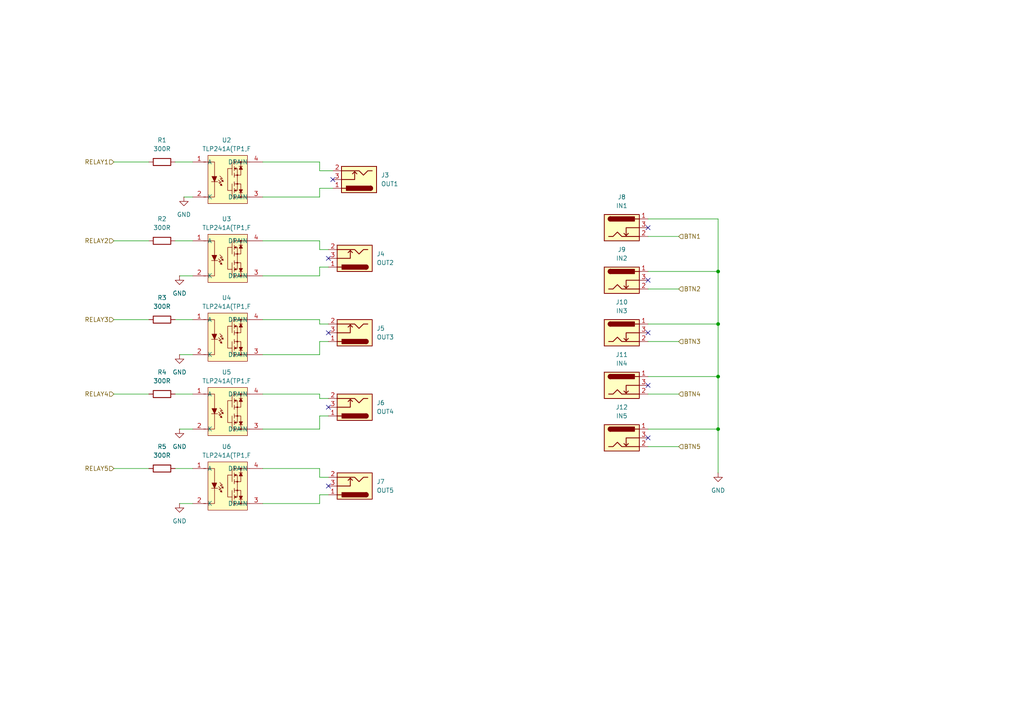
<source format=kicad_sch>
(kicad_sch (version 20250114) (generator "eeschema") (generator_version "9.0")
  (paper "A4")
  (title_block (title "AT-HUB-Recharged") (rev "Rev.2"))
  (lib_symbols
    (symbol "AT_HUB_R2:TLP241A(TP1,F"
      (property "Reference" "U" (at 0 13.208 0))
      (property "Value" "TLP241A(TP1,F" (at 0.254 8.636 0))
      (symbol "TLP241A(TP1,F_0_1"
        (rectangle (start -5.715 6.985) (end 5.715 -6.985) (fill (type background)))
        (polyline (pts (xy -4.699 -0.635) (xy -2.921 -0.635)))
        (polyline (pts (xy -4.572 0.889) (xy -3.175 0.889) (xy -3.81 -0.635) (xy -4.572 0.889)) (fill (type outline)))
        (polyline (pts (xy -3.81 0.508) (xy -3.81 5.08) (xy -6.985 5.08)))
        (polyline (pts (xy -3.81 -0.508) (xy -3.81 -5.08) (xy -6.985 -5.08)))
        (polyline (pts (xy -2.54 -0.889) (xy -2.032 -1.397)))
        (polyline (pts (xy -2.54 -0.889) (xy -1.905 -0.889) (xy -2.667 -0.127)))
        (polyline (pts (xy -2.159 0.254) (xy -1.651 -0.254)))
        (polyline (pts (xy -2.159 0.254) (xy -1.524 0.254) (xy -2.286 1.016)))
        (polyline (pts (xy -2.159 -1.651) (xy -1.778 -1.27) (xy -1.651 -1.778) (xy -2.159 -1.651)) (fill (type outline)))
        (polyline (pts (xy -1.778 -0.508) (xy -1.397 -0.127) (xy -1.27 -0.635) (xy -1.778 -0.508)) (fill (type outline)))
        (polyline (pts (xy 1.27 5.08) (xy 1.27 1.27)))
        (polyline (pts (xy 1.27 -1.27) (xy 1.27 -5.08)))
        (polyline (pts (xy 1.27 -3.175) (xy 0 -3.175) (xy 0 3.175) (xy 1.27 3.175)))
        (polyline (pts (xy 1.905 3.81) (xy 1.905 2.54)))
        (polyline (pts (xy 1.905 1.905) (xy 1.905 0.635)))
        (polyline (pts (xy 1.905 1.27) (xy 3.81 1.27) (xy 3.81 3.175)))
        (polyline (pts (xy 1.905 -1.27) (xy 3.81 -1.27) (xy 3.81 -3.175)))
        (polyline (pts (xy 1.905 -1.905) (xy 1.905 -0.635)))
        (polyline (pts (xy 1.905 -3.81) (xy 1.905 -2.54)))
        (polyline (pts (xy 2.413 3.429) (xy 2.413 2.921) (xy 1.905 3.175) (xy 2.413 3.429)) (fill (type outline)))
        (polyline (pts (xy 2.413 -2.921) (xy 2.413 -3.429) (xy 1.905 -3.175) (xy 2.413 -2.921)) (fill (type outline)))
        (polyline (pts (xy 2.794 3.175) (xy 2.413 3.175)))
        (circle (center 2.794 1.27) (radius 0.1778) (fill (type outline)))
        (circle (center 2.794 -1.27) (radius 0.1778) (fill (type outline)))
        (polyline (pts (xy 2.794 -3.175) (xy 2.413 -3.175)))
        (polyline (pts (xy 2.794 -3.175) (xy 2.794 3.175)))
        (polyline (pts (xy 3.302 3.81) (xy 4.318 3.81)))
        (polyline (pts (xy 3.302 -3.81) (xy 4.318 -3.81)))
        (circle (center 3.81 5.08) (radius 0.1778) (fill (type outline)))
        (polyline (pts (xy 3.81 3.81) (xy 3.81 5.08)))
        (polyline (pts (xy 3.81 3.81) (xy 3.302 2.921) (xy 4.318 2.921) (xy 3.81 3.81)) (fill (type outline)))
        (polyline (pts (xy 3.81 -3.81) (xy 3.81 -5.08)))
        (polyline (pts (xy 3.81 -3.81) (xy 3.302 -2.921) (xy 4.318 -2.921) (xy 3.81 -3.81)) (fill (type outline)))
        (circle (center 3.81 -5.08) (radius 0.1778) (fill (type outline)))
        (polyline (pts (xy 6.35 5.08) (xy 1.905 5.08) (xy 1.905 5.715) (xy 1.905 4.445)))
        (polyline (pts (xy 6.35 -5.08) (xy 1.905 -5.08) (xy 1.905 -4.445) (xy 1.905 -5.715)))
      )
      (symbol "TLP241A(TP1,F_1_1"
        (pin passive line (at -10.16 5.08 0) (length 3.81) (name "A") (number "1"))
        (pin passive line (at -10.16 -5.08 0) (length 3.81) (name "K") (number "2"))
        (pin passive line (at 10.16 5.08 180) (length 3.81) (name "DRAIN") (number "4"))
        (pin passive line (at 10.16 -5.08 180) (length 3.81) (name "DRAIN") (number "3"))
      )
    )
    (symbol "Connector:Barrel_Jack_Switch" (pin_names (hide yes))
      (property "Reference" "J" (at 0 5.334 0))
      (property "Value" "Barrel_Jack_Switch" (at 0 -5.08 0))
      (symbol "Barrel_Jack_Switch_0_1"
        (rectangle (start -5.08 3.81) (end 5.08 -3.81) (stroke (width 0.254)) (fill (type background)))
        (polyline (pts (xy -3.81 -2.54) (xy -2.54 -2.54) (xy -1.27 -1.27) (xy 0 -2.54) (xy 2.54 -2.54) (xy 5.08 -2.54)) (stroke (width 0.254)))
        (arc (start -3.302 1.905) (mid -3.9343 2.54) (end -3.302 3.175) (stroke (width 0.254)))
        (arc (start -3.302 1.905) (mid -3.9343 2.54) (end -3.302 3.175) (stroke (width 0.254)) (fill (type outline)))
        (polyline (pts (xy 1.27 -2.286) (xy 1.905 -1.651)) (stroke (width 0.254)))
        (rectangle (start 3.683 3.175) (end -3.302 1.905) (stroke (width 0.254)) (fill (type outline)))
        (polyline (pts (xy 5.08 2.54) (xy 3.81 2.54)) (stroke (width 0.254)))
        (polyline (pts (xy 5.08 0) (xy 1.27 0) (xy 1.27 -2.286) (xy 0.635 -1.651)) (stroke (width 0.254)))
      )
      (symbol "Barrel_Jack_Switch_1_1"
        (pin passive line (at 7.62 2.54 180) (length 2.54) (name "~") (number "1"))
        (pin passive line (at 7.62 0 180) (length 2.54) (name "~") (number "3"))
        (pin passive line (at 7.62 -2.54 180) (length 2.54) (name "~") (number "2"))
      )
    )
    (symbol "Device:R" (pin_numbers (hide yes)) (pin_names (offset 0))
      (property "Reference" "R" (at 2.032 0 90))
      (property "Value" "R" (at 0 0 90))
      (symbol "R_0_1"
        (rectangle (start -1.016 -2.54) (end 1.016 2.54) (stroke (width 0.254)))
      )
      (symbol "R_1_1"
        (pin passive line (at 0 3.81 270) (length 1.27) (name "~") (number "1"))
        (pin passive line (at 0 -3.81 90) (length 1.27) (name "~") (number "2"))
      )
    )
    (symbol "power:GND" (power) (pin_numbers (hide yes)) (pin_names (offset 0) (hide yes))
      (property "Value" "GND" (at 0 -3.81 0))
      (symbol "GND_0_1"
        (polyline (pts (xy 0 0) (xy 0 -1.27) (xy 1.27 -1.27) (xy 0 -2.54) (xy -1.27 -1.27) (xy 0 -1.27)))
      )
      (symbol "GND_1_1"
        (pin power_in line (at 0 0 270) (length 0) (name "~") (number "1"))
      )
    )
  )
  (junction (at 208.28 78.74))
  (junction (at 208.28 124.46))
  (junction (at 208.28 93.98))
  (junction (at 208.28 109.22))
  (no_connect (at 95.25 74.93))
  (no_connect (at 95.25 118.11))
  (no_connect (at 95.25 140.97))
  (no_connect (at 187.96 96.52))
  (no_connect (at 95.25 96.52))
  (no_connect (at 187.96 81.28))
  (no_connect (at 96.52 52.07))
  (no_connect (at 187.96 127))
  (no_connect (at 187.96 111.76))
  (no_connect (at 187.96 66.04))
  (wire (pts (xy 92.71 69.85) (xy 92.71 72.39)))
  (wire (pts (xy 92.71 77.47) (xy 95.25 77.47)))
  (wire (pts (xy 76.2 135.89) (xy 92.71 135.89)))
  (wire (pts (xy 92.71 115.57) (xy 95.25 115.57)))
  (wire (pts (xy 208.28 63.5) (xy 187.96 63.5)))
  (wire (pts (xy 208.28 124.46) (xy 208.28 137.16)))
  (wire (pts (xy 52.07 124.46) (xy 55.88 124.46)))
  (wire (pts (xy 187.96 114.3) (xy 196.85 114.3)))
  (wire (pts (xy 208.28 109.22) (xy 208.28 93.98)))
  (wire (pts (xy 52.07 146.05) (xy 55.88 146.05)))
  (wire (pts (xy 187.96 78.74) (xy 208.28 78.74)))
  (wire (pts (xy 92.71 54.61) (xy 96.52 54.61)))
  (wire (pts (xy 187.96 109.22) (xy 208.28 109.22)))
  (wire (pts (xy 50.8 92.71) (xy 55.88 92.71)))
  (wire (pts (xy 50.8 46.99) (xy 55.88 46.99)))
  (wire (pts (xy 92.71 49.53) (xy 96.52 49.53)))
  (wire (pts (xy 50.8 135.89) (xy 55.88 135.89)))
  (wire (pts (xy 92.71 124.46) (xy 92.71 120.65)))
  (wire (pts (xy 92.71 135.89) (xy 92.71 138.43)))
  (wire (pts (xy 92.71 99.06) (xy 95.25 99.06)))
  (wire (pts (xy 92.71 80.01) (xy 92.71 77.47)))
  (wire (pts (xy 43.18 92.71) (xy 33.02 92.71)))
  (wire (pts (xy 92.71 114.3) (xy 92.71 115.57)))
  (wire (pts (xy 92.71 146.05) (xy 92.71 143.51)))
  (wire (pts (xy 187.96 93.98) (xy 208.28 93.98)))
  (wire (pts (xy 76.2 146.05) (xy 92.71 146.05)))
  (wire (pts (xy 92.71 120.65) (xy 95.25 120.65)))
  (wire (pts (xy 76.2 102.87) (xy 92.71 102.87)))
  (wire (pts (xy 53.34 57.15) (xy 55.88 57.15)))
  (wire (pts (xy 33.02 46.99) (xy 43.18 46.99)))
  (wire (pts (xy 187.96 68.58) (xy 196.85 68.58)))
  (wire (pts (xy 92.71 138.43) (xy 95.25 138.43)))
  (wire (pts (xy 92.71 57.15) (xy 92.71 54.61)))
  (wire (pts (xy 76.2 114.3) (xy 92.71 114.3)))
  (wire (pts (xy 208.28 109.22) (xy 208.28 124.46)))
  (wire (pts (xy 187.96 124.46) (xy 208.28 124.46)))
  (wire (pts (xy 76.2 69.85) (xy 92.71 69.85)))
  (wire (pts (xy 33.02 114.3) (xy 43.18 114.3)))
  (wire (pts (xy 92.71 143.51) (xy 95.25 143.51)))
  (wire (pts (xy 187.96 129.54) (xy 196.85 129.54)))
  (wire (pts (xy 52.07 80.01) (xy 55.88 80.01)))
  (wire (pts (xy 92.71 46.99) (xy 92.71 49.53)))
  (wire (pts (xy 50.8 69.85) (xy 55.88 69.85)))
  (wire (pts (xy 76.2 92.71) (xy 92.71 92.71)))
  (wire (pts (xy 33.02 69.85) (xy 43.18 69.85)))
  (wire (pts (xy 92.71 72.39) (xy 95.25 72.39)))
  (wire (pts (xy 92.71 93.98) (xy 95.25 93.98)))
  (wire (pts (xy 208.28 93.98) (xy 208.28 78.74)))
  (wire (pts (xy 76.2 80.01) (xy 92.71 80.01)))
  (wire (pts (xy 33.02 135.89) (xy 43.18 135.89)))
  (wire (pts (xy 92.71 102.87) (xy 92.71 99.06)))
  (wire (pts (xy 187.96 83.82) (xy 196.85 83.82)))
  (wire (pts (xy 50.8 114.3) (xy 55.88 114.3)))
  (wire (pts (xy 208.28 78.74) (xy 208.28 63.5)))
  (wire (pts (xy 76.2 46.99) (xy 92.71 46.99)))
  (wire (pts (xy 92.71 92.71) (xy 92.71 93.98)))
  (wire (pts (xy 52.07 102.87) (xy 55.88 102.87)))
  (wire (pts (xy 187.96 99.06) (xy 196.85 99.06)))
  (wire (pts (xy 76.2 124.46) (xy 92.71 124.46)))
  (wire (pts (xy 76.2 57.15) (xy 92.71 57.15)))
  (hierarchical_label "BTN4" (shape input) (at 196.85 114.3 0))
  (hierarchical_label "BTN3" (shape input) (at 196.85 99.06 0))
  (hierarchical_label "RELAY1" (shape input) (at 33.02 46.99 180))
  (hierarchical_label "RELAY4" (shape input) (at 33.02 114.3 180))
  (hierarchical_label "RELAY2" (shape input) (at 33.02 69.85 180))
  (hierarchical_label "RELAY3" (shape input) (at 33.02 92.71 180))
  (hierarchical_label "BTN2" (shape input) (at 196.85 83.82 0))
  (hierarchical_label "BTN5" (shape input) (at 196.85 129.54 0))
  (hierarchical_label "BTN1" (shape input) (at 196.85 68.58 0))
  (hierarchical_label "RELAY5" (shape input) (at 33.02 135.89 180))
  (symbol (lib_id "Connector:Barrel_Jack_Switch") (at 180.34 81.28 0) (unit 1)
    (property "Reference" "J9" (at 180.34 72.39 0))
    (property "Value" "IN2" (at 180.34 74.93 0))
    (property "Description" "DC Barrel Jack with an internal switch" (effects (hide yes)))
  )
  (symbol (lib_id "power:GND") (at 52.07 124.46 0) (unit 1)
    (property "Reference" "#PWR04" (effects (hide yes)))
    (property "Value" "GND" (at 52.07 129.54 0))
    (property "Description" "Power symbol creates a global label with name \"GND\" , ground" (effects (hide yes)))
  )
  (symbol (lib_id "Connector:Barrel_Jack_Switch") (at 102.87 140.97 180) (unit 1)
    (property "Reference" "J7" (at 109.22 139.6999 0) (effects (justify right)))
    (property "Value" "OUT5" (at 109.22 142.2399 0) (effects (justify right)))
    (property "Description" "DC Barrel Jack with an internal switch" (effects (hide yes)))
  )
  (symbol (lib_id "Connector:Barrel_Jack_Switch") (at 180.34 96.52 0) (unit 1)
    (property "Reference" "J10" (at 180.34 87.63 0))
    (property "Value" "IN3" (at 180.34 90.17 0))
    (property "Description" "DC Barrel Jack with an internal switch" (effects (hide yes)))
  )
  (symbol (lib_id "Connector:Barrel_Jack_Switch") (at 180.34 111.76 0) (unit 1)
    (property "Reference" "J11" (at 180.34 102.87 0))
    (property "Value" "IN4" (at 180.34 105.41 0))
    (property "Description" "DC Barrel Jack with an internal switch" (effects (hide yes)))
  )
  (symbol (lib_id "Device:R") (at 46.99 46.99 90) (unit 1)
    (property "Reference" "R1" (at 46.99 40.64 90))
    (property "Value" "300R" (at 46.99 43.18 90))
    (property "Footprint" "Resistor_SMD:R_1206_3216Metric" (effects (hide yes)))
    (property "Description" "Resistor" (effects (hide yes)))
  )
  (symbol (lib_id "Connector:Barrel_Jack_Switch") (at 180.34 127 0) (unit 1)
    (property "Reference" "J12" (at 180.34 118.11 0))
    (property "Value" "IN5" (at 180.34 120.65 0))
    (property "Description" "DC Barrel Jack with an internal switch" (effects (hide yes)))
  )
  (symbol (lib_id "power:GND") (at 52.07 146.05 0) (unit 1)
    (property "Reference" "#PWR05" (effects (hide yes)))
    (property "Value" "GND" (at 52.07 151.13 0))
    (property "Description" "Power symbol creates a global label with name \"GND\" , ground" (effects (hide yes)))
  )
  (symbol (lib_id "Connector:Barrel_Jack_Switch") (at 102.87 74.93 180) (unit 1)
    (property "Reference" "J4" (at 109.22 73.6599 0) (effects (justify right)))
    (property "Value" "OUT2" (at 109.22 76.1999 0) (effects (justify right)))
    (property "Description" "DC Barrel Jack with an internal switch" (effects (hide yes)))
  )
  (symbol (lib_id "AT_HUB_R2:TLP241A(TP1,F") (at 66.04 97.79 0) (unit 1)
    (property "Reference" "U4" (at 65.7225 86.36 0))
    (property "Value" "TLP241A(TP1,F" (at 65.7225 88.9 0))
    (property "Footprint" "AT_HUB_R2:11-5B201S_TOS" (effects (hide yes)))
    (property "Datasheet" "https://toshiba.semicon-storage.com/info/TLP241A_datasheet_en_20230525.pdf?did=14237&prodName=TLP241A" (effects (hide yes)))
  )
  (symbol (lib_id "Connector:Barrel_Jack_Switch") (at 180.34 66.04 0) (unit 1)
    (property "Reference" "J8" (at 180.34 57.15 0))
    (property "Value" "IN1" (at 180.34 59.69 0))
    (property "Description" "DC Barrel Jack with an internal switch" (effects (hide yes)))
  )
  (symbol (lib_id "power:GND") (at 52.07 102.87 0) (unit 1)
    (property "Reference" "#PWR03" (effects (hide yes)))
    (property "Value" "GND" (at 52.07 107.95 0))
    (property "Description" "Power symbol creates a global label with name \"GND\" , ground" (effects (hide yes)))
  )
  (symbol (lib_id "Connector:Barrel_Jack_Switch") (at 102.87 118.11 180) (unit 1)
    (property "Reference" "J6" (at 109.22 116.8399 0) (effects (justify right)))
    (property "Value" "OUT4" (at 109.22 119.3799 0) (effects (justify right)))
    (property "Description" "DC Barrel Jack with an internal switch" (effects (hide yes)))
  )
  (symbol (lib_id "power:GND") (at 52.07 80.01 0) (unit 1)
    (property "Reference" "#PWR01" (effects (hide yes)))
    (property "Value" "GND" (at 52.07 85.09 0))
    (property "Description" "Power symbol creates a global label with name \"GND\" , ground" (effects (hide yes)))
  )
  (symbol (lib_id "Device:R") (at 46.99 135.89 90) (unit 1)
    (property "Reference" "R5" (at 46.99 129.54 90))
    (property "Value" "300R" (at 46.99 132.08 90))
    (property "Footprint" "Resistor_SMD:R_1206_3216Metric" (effects (hide yes)))
    (property "Description" "Resistor" (effects (hide yes)))
  )
  (symbol (lib_id "power:GND") (at 53.34 57.15 0) (unit 1)
    (property "Reference" "#PWR02" (effects (hide yes)))
    (property "Value" "GND" (at 53.34 62.23 0))
    (property "Description" "Power symbol creates a global label with name \"GND\" , ground" (effects (hide yes)))
  )
  (symbol (lib_id "AT_HUB_R2:TLP241A(TP1,F") (at 66.04 140.97 0) (unit 1)
    (property "Reference" "U6" (at 65.7225 129.54 0))
    (property "Value" "TLP241A(TP1,F" (at 65.7225 132.08 0))
    (property "Footprint" "AT_HUB_R2:11-5B201S_TOS" (effects (hide yes)))
    (property "Datasheet" "https://toshiba.semicon-storage.com/info/TLP241A_datasheet_en_20230525.pdf?did=14237&prodName=TLP241A" (effects (hide yes)))
  )
  (symbol (lib_id "Device:R") (at 46.99 114.3 90) (unit 1)
    (property "Reference" "R4" (at 46.99 107.95 90))
    (property "Value" "300R" (at 46.99 110.49 90))
    (property "Footprint" "Resistor_SMD:R_1206_3216Metric" (effects (hide yes)))
    (property "Description" "Resistor" (effects (hide yes)))
  )
  (symbol (lib_id "AT_HUB_R2:TLP241A(TP1,F") (at 66.04 74.93 0) (unit 1)
    (property "Reference" "U3" (at 65.7225 63.5 0))
    (property "Value" "TLP241A(TP1,F" (at 65.7225 66.04 0))
    (property "Footprint" "AT_HUB_R2:11-5B201S_TOS" (effects (hide yes)))
    (property "Datasheet" "https://toshiba.semicon-storage.com/info/TLP241A_datasheet_en_20230525.pdf?did=14237&prodName=TLP241A" (effects (hide yes)))
  )
  (symbol (lib_id "power:GND") (at 208.28 137.16 0) (unit 1)
    (property "Reference" "#PWR06" (effects (hide yes)))
    (property "Value" "GND" (at 208.28 142.24 0))
    (property "Description" "Power symbol creates a global label with name \"GND\" , ground" (effects (hide yes)))
  )
  (symbol (lib_id "AT_HUB_R2:TLP241A(TP1,F") (at 66.04 119.38 0) (unit 1)
    (property "Reference" "U5" (at 65.7225 107.95 0))
    (property "Value" "TLP241A(TP1,F" (at 65.7225 110.49 0))
    (property "Footprint" "AT_HUB_R2:11-5B201S_TOS" (effects (hide yes)))
    (property "Datasheet" "https://toshiba.semicon-storage.com/info/TLP241A_datasheet_en_20230525.pdf?did=14237&prodName=TLP241A" (effects (hide yes)))
  )
  (symbol (lib_id "Device:R") (at 46.99 92.71 90) (unit 1)
    (property "Reference" "R3" (at 46.99 86.36 90))
    (property "Value" "300R" (at 46.99 88.9 90))
    (property "Footprint" "Resistor_SMD:R_1206_3216Metric" (effects (hide yes)))
    (property "Description" "Resistor" (effects (hide yes)))
  )
  (symbol (lib_id "AT_HUB_R2:TLP241A(TP1,F") (at 66.04 52.07 0) (unit 1)
    (property "Reference" "U2" (at 65.7225 40.64 0))
    (property "Value" "TLP241A(TP1,F" (at 65.7225 43.18 0))
    (property "Footprint" "AT_HUB_R2:11-5B201S_TOS" (effects (hide yes)))
    (property "Datasheet" "https://toshiba.semicon-storage.com/info/TLP241A_datasheet_en_20230525.pdf?did=14237&prodName=TLP241A" (effects (hide yes)))
  )
  (symbol (lib_id "Connector:Barrel_Jack_Switch") (at 104.14 52.07 180) (unit 1)
    (property "Reference" "J3" (at 110.49 50.7999 0) (effects (justify right)))
    (property "Value" "OUT1" (at 110.49 53.3399 0) (effects (justify right)))
    (property "Description" "DC Barrel Jack with an internal switch" (effects (hide yes)))
  )
  (symbol (lib_id "Device:R") (at 46.99 69.85 90) (unit 1)
    (property "Reference" "R2" (at 46.99 63.5 90))
    (property "Value" "300R" (at 46.99 66.04 90))
    (property "Footprint" "Resistor_SMD:R_1206_3216Metric" (effects (hide yes)))
    (property "Description" "Resistor" (effects (hide yes)))
  )
  (symbol (lib_id "Connector:Barrel_Jack_Switch") (at 102.87 96.52 180) (unit 1)
    (property "Reference" "J5" (at 109.22 95.2499 0) (effects (justify right)))
    (property "Value" "OUT3" (at 109.22 97.7899 0) (effects (justify right)))
    (property "Description" "DC Barrel Jack with an internal switch" (effects (hide yes)))
  )
)
</source>
